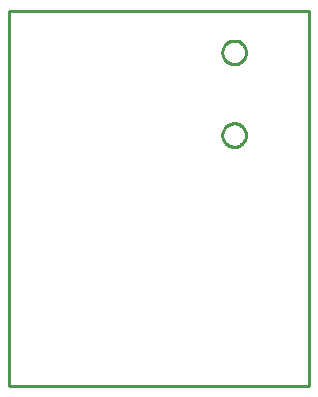
<source format=gbr>
G04 EAGLE Gerber RS-274X export*
G75*
%MOMM*%
%FSLAX34Y34*%
%LPD*%
%IN*%
%IPPOS*%
%AMOC8*
5,1,8,0,0,1.08239X$1,22.5*%
G01*
%ADD10C,0.254000*%


D10*
X0Y-12700D02*
X254000Y-12700D01*
X254000Y304800D01*
X0Y304800D01*
X0Y-12700D01*
X190063Y259800D02*
X189194Y259876D01*
X188334Y260028D01*
X187490Y260254D01*
X186670Y260552D01*
X185878Y260921D01*
X185122Y261358D01*
X184407Y261859D01*
X183738Y262420D01*
X183120Y263038D01*
X182559Y263707D01*
X182058Y264422D01*
X181621Y265178D01*
X181252Y265970D01*
X180954Y266790D01*
X180728Y267634D01*
X180576Y268494D01*
X180500Y269363D01*
X180500Y270237D01*
X180576Y271107D01*
X180728Y271966D01*
X180954Y272810D01*
X181252Y273630D01*
X181621Y274422D01*
X182058Y275178D01*
X182559Y275893D01*
X183120Y276562D01*
X183738Y277180D01*
X184407Y277741D01*
X185122Y278242D01*
X185878Y278679D01*
X186670Y279048D01*
X187490Y279346D01*
X188334Y279572D01*
X189194Y279724D01*
X190063Y279800D01*
X190937Y279800D01*
X191807Y279724D01*
X192666Y279572D01*
X193510Y279346D01*
X194330Y279048D01*
X195122Y278679D01*
X195878Y278242D01*
X196593Y277741D01*
X197262Y277180D01*
X197880Y276562D01*
X198441Y275893D01*
X198942Y275178D01*
X199379Y274422D01*
X199748Y273630D01*
X200046Y272810D01*
X200272Y271966D01*
X200424Y271107D01*
X200500Y270237D01*
X200500Y269363D01*
X200424Y268494D01*
X200272Y267634D01*
X200046Y266790D01*
X199748Y265970D01*
X199379Y265178D01*
X198942Y264422D01*
X198441Y263707D01*
X197880Y263038D01*
X197262Y262420D01*
X196593Y261859D01*
X195878Y261358D01*
X195122Y260921D01*
X194330Y260552D01*
X193510Y260254D01*
X192666Y260028D01*
X191807Y259876D01*
X190937Y259800D01*
X190063Y259800D01*
X190063Y189800D02*
X189194Y189876D01*
X188334Y190028D01*
X187490Y190254D01*
X186670Y190552D01*
X185878Y190921D01*
X185122Y191358D01*
X184407Y191859D01*
X183738Y192420D01*
X183120Y193038D01*
X182559Y193707D01*
X182058Y194422D01*
X181621Y195178D01*
X181252Y195970D01*
X180954Y196790D01*
X180728Y197634D01*
X180576Y198494D01*
X180500Y199363D01*
X180500Y200237D01*
X180576Y201107D01*
X180728Y201966D01*
X180954Y202810D01*
X181252Y203630D01*
X181621Y204422D01*
X182058Y205178D01*
X182559Y205893D01*
X183120Y206562D01*
X183738Y207180D01*
X184407Y207741D01*
X185122Y208242D01*
X185878Y208679D01*
X186670Y209048D01*
X187490Y209346D01*
X188334Y209572D01*
X189194Y209724D01*
X190063Y209800D01*
X190937Y209800D01*
X191807Y209724D01*
X192666Y209572D01*
X193510Y209346D01*
X194330Y209048D01*
X195122Y208679D01*
X195878Y208242D01*
X196593Y207741D01*
X197262Y207180D01*
X197880Y206562D01*
X198441Y205893D01*
X198942Y205178D01*
X199379Y204422D01*
X199748Y203630D01*
X200046Y202810D01*
X200272Y201966D01*
X200424Y201107D01*
X200500Y200237D01*
X200500Y199363D01*
X200424Y198494D01*
X200272Y197634D01*
X200046Y196790D01*
X199748Y195970D01*
X199379Y195178D01*
X198942Y194422D01*
X198441Y193707D01*
X197880Y193038D01*
X197262Y192420D01*
X196593Y191859D01*
X195878Y191358D01*
X195122Y190921D01*
X194330Y190552D01*
X193510Y190254D01*
X192666Y190028D01*
X191807Y189876D01*
X190937Y189800D01*
X190063Y189800D01*
M02*

</source>
